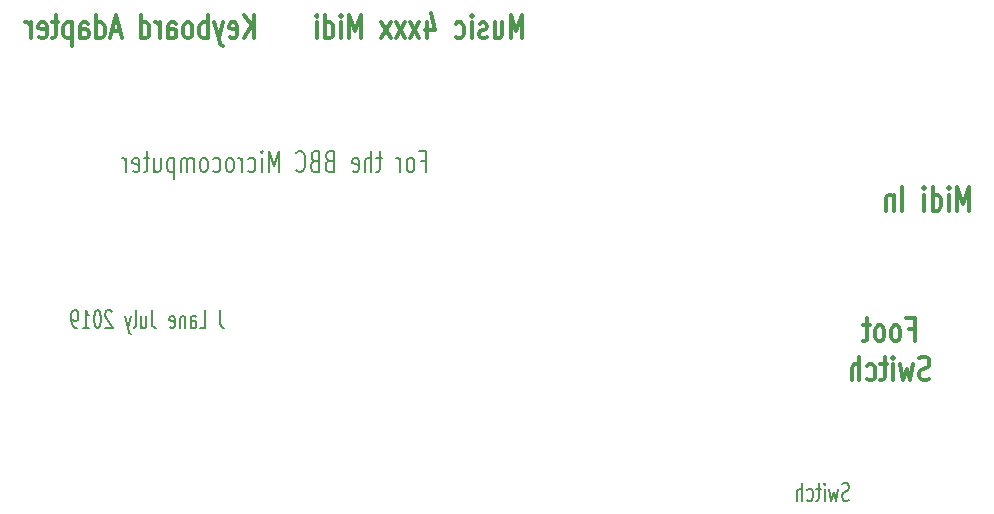
<source format=gbo>
G04 #@! TF.GenerationSoftware,KiCad,Pcbnew,5.1.2-5.1.2*
G04 #@! TF.CreationDate,2019-06-30T11:24:38+01:00*
G04 #@! TF.ProjectId,music4xxx,6d757369-6334-4787-9878-2e6b69636164,rev?*
G04 #@! TF.SameCoordinates,Original*
G04 #@! TF.FileFunction,Legend,Bot*
G04 #@! TF.FilePolarity,Positive*
%FSLAX46Y46*%
G04 Gerber Fmt 4.6, Leading zero omitted, Abs format (unit mm)*
G04 Created by KiCad (PCBNEW 5.1.2-5.1.2) date 2019-06-30 11:24:38*
%MOMM*%
%LPD*%
G04 APERTURE LIST*
%ADD10C,0.200000*%
%ADD11C,0.300000*%
G04 APERTURE END LIST*
D10*
X34059047Y-41723571D02*
X34059047Y-42795000D01*
X34106666Y-43009285D01*
X34201904Y-43152142D01*
X34344761Y-43223571D01*
X34440000Y-43223571D01*
X32344761Y-43223571D02*
X32820952Y-43223571D01*
X32820952Y-41723571D01*
X31582857Y-43223571D02*
X31582857Y-42437857D01*
X31630476Y-42295000D01*
X31725714Y-42223571D01*
X31916190Y-42223571D01*
X32011428Y-42295000D01*
X31582857Y-43152142D02*
X31678095Y-43223571D01*
X31916190Y-43223571D01*
X32011428Y-43152142D01*
X32059047Y-43009285D01*
X32059047Y-42866428D01*
X32011428Y-42723571D01*
X31916190Y-42652142D01*
X31678095Y-42652142D01*
X31582857Y-42580714D01*
X31106666Y-42223571D02*
X31106666Y-43223571D01*
X31106666Y-42366428D02*
X31059047Y-42295000D01*
X30963809Y-42223571D01*
X30820952Y-42223571D01*
X30725714Y-42295000D01*
X30678095Y-42437857D01*
X30678095Y-43223571D01*
X29820952Y-43152142D02*
X29916190Y-43223571D01*
X30106666Y-43223571D01*
X30201904Y-43152142D01*
X30249523Y-43009285D01*
X30249523Y-42437857D01*
X30201904Y-42295000D01*
X30106666Y-42223571D01*
X29916190Y-42223571D01*
X29820952Y-42295000D01*
X29773333Y-42437857D01*
X29773333Y-42580714D01*
X30249523Y-42723571D01*
X28297142Y-41723571D02*
X28297142Y-42795000D01*
X28344761Y-43009285D01*
X28440000Y-43152142D01*
X28582857Y-43223571D01*
X28678095Y-43223571D01*
X27392380Y-42223571D02*
X27392380Y-43223571D01*
X27820952Y-42223571D02*
X27820952Y-43009285D01*
X27773333Y-43152142D01*
X27678095Y-43223571D01*
X27535238Y-43223571D01*
X27440000Y-43152142D01*
X27392380Y-43080714D01*
X26773333Y-43223571D02*
X26868571Y-43152142D01*
X26916190Y-43009285D01*
X26916190Y-41723571D01*
X26487619Y-42223571D02*
X26249523Y-43223571D01*
X26011428Y-42223571D02*
X26249523Y-43223571D01*
X26344761Y-43580714D01*
X26392380Y-43652142D01*
X26487619Y-43723571D01*
X24916190Y-41866428D02*
X24868571Y-41795000D01*
X24773333Y-41723571D01*
X24535238Y-41723571D01*
X24440000Y-41795000D01*
X24392380Y-41866428D01*
X24344761Y-42009285D01*
X24344761Y-42152142D01*
X24392380Y-42366428D01*
X24963809Y-43223571D01*
X24344761Y-43223571D01*
X23725714Y-41723571D02*
X23630476Y-41723571D01*
X23535238Y-41795000D01*
X23487619Y-41866428D01*
X23440000Y-42009285D01*
X23392380Y-42295000D01*
X23392380Y-42652142D01*
X23440000Y-42937857D01*
X23487619Y-43080714D01*
X23535238Y-43152142D01*
X23630476Y-43223571D01*
X23725714Y-43223571D01*
X23820952Y-43152142D01*
X23868571Y-43080714D01*
X23916190Y-42937857D01*
X23963809Y-42652142D01*
X23963809Y-42295000D01*
X23916190Y-42009285D01*
X23868571Y-41866428D01*
X23820952Y-41795000D01*
X23725714Y-41723571D01*
X22440000Y-43223571D02*
X23011428Y-43223571D01*
X22725714Y-43223571D02*
X22725714Y-41723571D01*
X22820952Y-41937857D01*
X22916190Y-42080714D01*
X23011428Y-42152142D01*
X21963809Y-43223571D02*
X21773333Y-43223571D01*
X21678095Y-43152142D01*
X21630476Y-43080714D01*
X21535238Y-42866428D01*
X21487619Y-42580714D01*
X21487619Y-42009285D01*
X21535238Y-41866428D01*
X21582857Y-41795000D01*
X21678095Y-41723571D01*
X21868571Y-41723571D01*
X21963809Y-41795000D01*
X22011428Y-41866428D01*
X22059047Y-42009285D01*
X22059047Y-42366428D01*
X22011428Y-42509285D01*
X21963809Y-42580714D01*
X21868571Y-42652142D01*
X21678095Y-42652142D01*
X21582857Y-42580714D01*
X21535238Y-42509285D01*
X21487619Y-42366428D01*
X51115952Y-29085000D02*
X51532619Y-29085000D01*
X51532619Y-30001666D02*
X51532619Y-28251666D01*
X50937380Y-28251666D01*
X50282619Y-30001666D02*
X50401666Y-29918333D01*
X50461190Y-29835000D01*
X50520714Y-29668333D01*
X50520714Y-29168333D01*
X50461190Y-29001666D01*
X50401666Y-28918333D01*
X50282619Y-28835000D01*
X50104047Y-28835000D01*
X49985000Y-28918333D01*
X49925476Y-29001666D01*
X49865952Y-29168333D01*
X49865952Y-29668333D01*
X49925476Y-29835000D01*
X49985000Y-29918333D01*
X50104047Y-30001666D01*
X50282619Y-30001666D01*
X49330238Y-30001666D02*
X49330238Y-28835000D01*
X49330238Y-29168333D02*
X49270714Y-29001666D01*
X49211190Y-28918333D01*
X49092142Y-28835000D01*
X48973095Y-28835000D01*
X47782619Y-28835000D02*
X47306428Y-28835000D01*
X47604047Y-28251666D02*
X47604047Y-29751666D01*
X47544523Y-29918333D01*
X47425476Y-30001666D01*
X47306428Y-30001666D01*
X46889761Y-30001666D02*
X46889761Y-28251666D01*
X46354047Y-30001666D02*
X46354047Y-29085000D01*
X46413571Y-28918333D01*
X46532619Y-28835000D01*
X46711190Y-28835000D01*
X46830238Y-28918333D01*
X46889761Y-29001666D01*
X45282619Y-29918333D02*
X45401666Y-30001666D01*
X45639761Y-30001666D01*
X45758809Y-29918333D01*
X45818333Y-29751666D01*
X45818333Y-29085000D01*
X45758809Y-28918333D01*
X45639761Y-28835000D01*
X45401666Y-28835000D01*
X45282619Y-28918333D01*
X45223095Y-29085000D01*
X45223095Y-29251666D01*
X45818333Y-29418333D01*
X43318333Y-29085000D02*
X43139761Y-29168333D01*
X43080238Y-29251666D01*
X43020714Y-29418333D01*
X43020714Y-29668333D01*
X43080238Y-29835000D01*
X43139761Y-29918333D01*
X43258809Y-30001666D01*
X43735000Y-30001666D01*
X43735000Y-28251666D01*
X43318333Y-28251666D01*
X43199285Y-28335000D01*
X43139761Y-28418333D01*
X43080238Y-28585000D01*
X43080238Y-28751666D01*
X43139761Y-28918333D01*
X43199285Y-29001666D01*
X43318333Y-29085000D01*
X43735000Y-29085000D01*
X42068333Y-29085000D02*
X41889761Y-29168333D01*
X41830238Y-29251666D01*
X41770714Y-29418333D01*
X41770714Y-29668333D01*
X41830238Y-29835000D01*
X41889761Y-29918333D01*
X42008809Y-30001666D01*
X42485000Y-30001666D01*
X42485000Y-28251666D01*
X42068333Y-28251666D01*
X41949285Y-28335000D01*
X41889761Y-28418333D01*
X41830238Y-28585000D01*
X41830238Y-28751666D01*
X41889761Y-28918333D01*
X41949285Y-29001666D01*
X42068333Y-29085000D01*
X42485000Y-29085000D01*
X40520714Y-29835000D02*
X40580238Y-29918333D01*
X40758809Y-30001666D01*
X40877857Y-30001666D01*
X41056428Y-29918333D01*
X41175476Y-29751666D01*
X41235000Y-29585000D01*
X41294523Y-29251666D01*
X41294523Y-29001666D01*
X41235000Y-28668333D01*
X41175476Y-28501666D01*
X41056428Y-28335000D01*
X40877857Y-28251666D01*
X40758809Y-28251666D01*
X40580238Y-28335000D01*
X40520714Y-28418333D01*
X39032619Y-30001666D02*
X39032619Y-28251666D01*
X38615952Y-29501666D01*
X38199285Y-28251666D01*
X38199285Y-30001666D01*
X37604047Y-30001666D02*
X37604047Y-28835000D01*
X37604047Y-28251666D02*
X37663571Y-28335000D01*
X37604047Y-28418333D01*
X37544523Y-28335000D01*
X37604047Y-28251666D01*
X37604047Y-28418333D01*
X36473095Y-29918333D02*
X36592142Y-30001666D01*
X36830238Y-30001666D01*
X36949285Y-29918333D01*
X37008809Y-29835000D01*
X37068333Y-29668333D01*
X37068333Y-29168333D01*
X37008809Y-29001666D01*
X36949285Y-28918333D01*
X36830238Y-28835000D01*
X36592142Y-28835000D01*
X36473095Y-28918333D01*
X35937380Y-30001666D02*
X35937380Y-28835000D01*
X35937380Y-29168333D02*
X35877857Y-29001666D01*
X35818333Y-28918333D01*
X35699285Y-28835000D01*
X35580238Y-28835000D01*
X34985000Y-30001666D02*
X35104047Y-29918333D01*
X35163571Y-29835000D01*
X35223095Y-29668333D01*
X35223095Y-29168333D01*
X35163571Y-29001666D01*
X35104047Y-28918333D01*
X34985000Y-28835000D01*
X34806428Y-28835000D01*
X34687380Y-28918333D01*
X34627857Y-29001666D01*
X34568333Y-29168333D01*
X34568333Y-29668333D01*
X34627857Y-29835000D01*
X34687380Y-29918333D01*
X34806428Y-30001666D01*
X34985000Y-30001666D01*
X33496904Y-29918333D02*
X33615952Y-30001666D01*
X33854047Y-30001666D01*
X33973095Y-29918333D01*
X34032619Y-29835000D01*
X34092142Y-29668333D01*
X34092142Y-29168333D01*
X34032619Y-29001666D01*
X33973095Y-28918333D01*
X33854047Y-28835000D01*
X33615952Y-28835000D01*
X33496904Y-28918333D01*
X32782619Y-30001666D02*
X32901666Y-29918333D01*
X32961190Y-29835000D01*
X33020714Y-29668333D01*
X33020714Y-29168333D01*
X32961190Y-29001666D01*
X32901666Y-28918333D01*
X32782619Y-28835000D01*
X32604047Y-28835000D01*
X32485000Y-28918333D01*
X32425476Y-29001666D01*
X32365952Y-29168333D01*
X32365952Y-29668333D01*
X32425476Y-29835000D01*
X32485000Y-29918333D01*
X32604047Y-30001666D01*
X32782619Y-30001666D01*
X31830238Y-30001666D02*
X31830238Y-28835000D01*
X31830238Y-29001666D02*
X31770714Y-28918333D01*
X31651666Y-28835000D01*
X31473095Y-28835000D01*
X31354047Y-28918333D01*
X31294523Y-29085000D01*
X31294523Y-30001666D01*
X31294523Y-29085000D02*
X31235000Y-28918333D01*
X31115952Y-28835000D01*
X30937380Y-28835000D01*
X30818333Y-28918333D01*
X30758809Y-29085000D01*
X30758809Y-30001666D01*
X30163571Y-28835000D02*
X30163571Y-30585000D01*
X30163571Y-28918333D02*
X30044523Y-28835000D01*
X29806428Y-28835000D01*
X29687380Y-28918333D01*
X29627857Y-29001666D01*
X29568333Y-29168333D01*
X29568333Y-29668333D01*
X29627857Y-29835000D01*
X29687380Y-29918333D01*
X29806428Y-30001666D01*
X30044523Y-30001666D01*
X30163571Y-29918333D01*
X28496904Y-28835000D02*
X28496904Y-30001666D01*
X29032619Y-28835000D02*
X29032619Y-29751666D01*
X28973095Y-29918333D01*
X28854047Y-30001666D01*
X28675476Y-30001666D01*
X28556428Y-29918333D01*
X28496904Y-29835000D01*
X28080238Y-28835000D02*
X27604047Y-28835000D01*
X27901666Y-28251666D02*
X27901666Y-29751666D01*
X27842142Y-29918333D01*
X27723095Y-30001666D01*
X27604047Y-30001666D01*
X26711190Y-29918333D02*
X26830238Y-30001666D01*
X27068333Y-30001666D01*
X27187380Y-29918333D01*
X27246904Y-29751666D01*
X27246904Y-29085000D01*
X27187380Y-28918333D01*
X27068333Y-28835000D01*
X26830238Y-28835000D01*
X26711190Y-28918333D01*
X26651666Y-29085000D01*
X26651666Y-29251666D01*
X27246904Y-29418333D01*
X26115952Y-30001666D02*
X26115952Y-28835000D01*
X26115952Y-29168333D02*
X26056428Y-29001666D01*
X25996904Y-28918333D01*
X25877857Y-28835000D01*
X25758809Y-28835000D01*
D11*
X59663571Y-18684761D02*
X59663571Y-16684761D01*
X59163571Y-18113333D01*
X58663571Y-16684761D01*
X58663571Y-18684761D01*
X57306428Y-17351428D02*
X57306428Y-18684761D01*
X57949285Y-17351428D02*
X57949285Y-18399047D01*
X57877857Y-18589523D01*
X57735000Y-18684761D01*
X57520714Y-18684761D01*
X57377857Y-18589523D01*
X57306428Y-18494285D01*
X56663571Y-18589523D02*
X56520714Y-18684761D01*
X56235000Y-18684761D01*
X56092142Y-18589523D01*
X56020714Y-18399047D01*
X56020714Y-18303809D01*
X56092142Y-18113333D01*
X56235000Y-18018095D01*
X56449285Y-18018095D01*
X56592142Y-17922857D01*
X56663571Y-17732380D01*
X56663571Y-17637142D01*
X56592142Y-17446666D01*
X56449285Y-17351428D01*
X56235000Y-17351428D01*
X56092142Y-17446666D01*
X55377857Y-18684761D02*
X55377857Y-17351428D01*
X55377857Y-16684761D02*
X55449285Y-16780000D01*
X55377857Y-16875238D01*
X55306428Y-16780000D01*
X55377857Y-16684761D01*
X55377857Y-16875238D01*
X54020714Y-18589523D02*
X54163571Y-18684761D01*
X54449285Y-18684761D01*
X54592142Y-18589523D01*
X54663571Y-18494285D01*
X54735000Y-18303809D01*
X54735000Y-17732380D01*
X54663571Y-17541904D01*
X54592142Y-17446666D01*
X54449285Y-17351428D01*
X54163571Y-17351428D01*
X54020714Y-17446666D01*
X51592142Y-17351428D02*
X51592142Y-18684761D01*
X51949285Y-16589523D02*
X52306428Y-18018095D01*
X51377857Y-18018095D01*
X50949285Y-18684761D02*
X50163571Y-17351428D01*
X50949285Y-17351428D02*
X50163571Y-18684761D01*
X49735000Y-18684761D02*
X48949285Y-17351428D01*
X49735000Y-17351428D02*
X48949285Y-18684761D01*
X48520714Y-18684761D02*
X47735000Y-17351428D01*
X48520714Y-17351428D02*
X47735000Y-18684761D01*
X46020714Y-18684761D02*
X46020714Y-16684761D01*
X45520714Y-18113333D01*
X45020714Y-16684761D01*
X45020714Y-18684761D01*
X44306428Y-18684761D02*
X44306428Y-17351428D01*
X44306428Y-16684761D02*
X44377857Y-16780000D01*
X44306428Y-16875238D01*
X44235000Y-16780000D01*
X44306428Y-16684761D01*
X44306428Y-16875238D01*
X42949285Y-18684761D02*
X42949285Y-16684761D01*
X42949285Y-18589523D02*
X43092142Y-18684761D01*
X43377857Y-18684761D01*
X43520714Y-18589523D01*
X43592142Y-18494285D01*
X43663571Y-18303809D01*
X43663571Y-17732380D01*
X43592142Y-17541904D01*
X43520714Y-17446666D01*
X43377857Y-17351428D01*
X43092142Y-17351428D01*
X42949285Y-17446666D01*
X42235000Y-18684761D02*
X42235000Y-17351428D01*
X42235000Y-16684761D02*
X42306428Y-16780000D01*
X42235000Y-16875238D01*
X42163571Y-16780000D01*
X42235000Y-16684761D01*
X42235000Y-16875238D01*
X36949285Y-18684761D02*
X36949285Y-16684761D01*
X36092142Y-18684761D02*
X36735000Y-17541904D01*
X36092142Y-16684761D02*
X36949285Y-17827619D01*
X34877857Y-18589523D02*
X35020714Y-18684761D01*
X35306428Y-18684761D01*
X35449285Y-18589523D01*
X35520714Y-18399047D01*
X35520714Y-17637142D01*
X35449285Y-17446666D01*
X35306428Y-17351428D01*
X35020714Y-17351428D01*
X34877857Y-17446666D01*
X34806428Y-17637142D01*
X34806428Y-17827619D01*
X35520714Y-18018095D01*
X34306428Y-17351428D02*
X33949285Y-18684761D01*
X33592142Y-17351428D02*
X33949285Y-18684761D01*
X34092142Y-19160952D01*
X34163571Y-19256190D01*
X34306428Y-19351428D01*
X33020714Y-18684761D02*
X33020714Y-16684761D01*
X33020714Y-17446666D02*
X32877857Y-17351428D01*
X32592142Y-17351428D01*
X32449285Y-17446666D01*
X32377857Y-17541904D01*
X32306428Y-17732380D01*
X32306428Y-18303809D01*
X32377857Y-18494285D01*
X32449285Y-18589523D01*
X32592142Y-18684761D01*
X32877857Y-18684761D01*
X33020714Y-18589523D01*
X31449285Y-18684761D02*
X31592142Y-18589523D01*
X31663571Y-18494285D01*
X31735000Y-18303809D01*
X31735000Y-17732380D01*
X31663571Y-17541904D01*
X31592142Y-17446666D01*
X31449285Y-17351428D01*
X31235000Y-17351428D01*
X31092142Y-17446666D01*
X31020714Y-17541904D01*
X30949285Y-17732380D01*
X30949285Y-18303809D01*
X31020714Y-18494285D01*
X31092142Y-18589523D01*
X31235000Y-18684761D01*
X31449285Y-18684761D01*
X29663571Y-18684761D02*
X29663571Y-17637142D01*
X29735000Y-17446666D01*
X29877857Y-17351428D01*
X30163571Y-17351428D01*
X30306428Y-17446666D01*
X29663571Y-18589523D02*
X29806428Y-18684761D01*
X30163571Y-18684761D01*
X30306428Y-18589523D01*
X30377857Y-18399047D01*
X30377857Y-18208571D01*
X30306428Y-18018095D01*
X30163571Y-17922857D01*
X29806428Y-17922857D01*
X29663571Y-17827619D01*
X28949285Y-18684761D02*
X28949285Y-17351428D01*
X28949285Y-17732380D02*
X28877857Y-17541904D01*
X28806428Y-17446666D01*
X28663571Y-17351428D01*
X28520714Y-17351428D01*
X27377857Y-18684761D02*
X27377857Y-16684761D01*
X27377857Y-18589523D02*
X27520714Y-18684761D01*
X27806428Y-18684761D01*
X27949285Y-18589523D01*
X28020714Y-18494285D01*
X28092142Y-18303809D01*
X28092142Y-17732380D01*
X28020714Y-17541904D01*
X27949285Y-17446666D01*
X27806428Y-17351428D01*
X27520714Y-17351428D01*
X27377857Y-17446666D01*
X25592142Y-18113333D02*
X24877857Y-18113333D01*
X25735000Y-18684761D02*
X25235000Y-16684761D01*
X24735000Y-18684761D01*
X23592142Y-18684761D02*
X23592142Y-16684761D01*
X23592142Y-18589523D02*
X23735000Y-18684761D01*
X24020714Y-18684761D01*
X24163571Y-18589523D01*
X24235000Y-18494285D01*
X24306428Y-18303809D01*
X24306428Y-17732380D01*
X24235000Y-17541904D01*
X24163571Y-17446666D01*
X24020714Y-17351428D01*
X23735000Y-17351428D01*
X23592142Y-17446666D01*
X22235000Y-18684761D02*
X22235000Y-17637142D01*
X22306428Y-17446666D01*
X22449285Y-17351428D01*
X22735000Y-17351428D01*
X22877857Y-17446666D01*
X22235000Y-18589523D02*
X22377857Y-18684761D01*
X22735000Y-18684761D01*
X22877857Y-18589523D01*
X22949285Y-18399047D01*
X22949285Y-18208571D01*
X22877857Y-18018095D01*
X22735000Y-17922857D01*
X22377857Y-17922857D01*
X22235000Y-17827619D01*
X21520714Y-17351428D02*
X21520714Y-19351428D01*
X21520714Y-17446666D02*
X21377857Y-17351428D01*
X21092142Y-17351428D01*
X20949285Y-17446666D01*
X20877857Y-17541904D01*
X20806428Y-17732380D01*
X20806428Y-18303809D01*
X20877857Y-18494285D01*
X20949285Y-18589523D01*
X21092142Y-18684761D01*
X21377857Y-18684761D01*
X21520714Y-18589523D01*
X20377857Y-17351428D02*
X19806428Y-17351428D01*
X20163571Y-16684761D02*
X20163571Y-18399047D01*
X20092142Y-18589523D01*
X19949285Y-18684761D01*
X19806428Y-18684761D01*
X18735000Y-18589523D02*
X18877857Y-18684761D01*
X19163571Y-18684761D01*
X19306428Y-18589523D01*
X19377857Y-18399047D01*
X19377857Y-17637142D01*
X19306428Y-17446666D01*
X19163571Y-17351428D01*
X18877857Y-17351428D01*
X18735000Y-17446666D01*
X18663571Y-17637142D01*
X18663571Y-17827619D01*
X19377857Y-18018095D01*
X18020714Y-18684761D02*
X18020714Y-17351428D01*
X18020714Y-17732380D02*
X17949285Y-17541904D01*
X17877857Y-17446666D01*
X17735000Y-17351428D01*
X17592142Y-17351428D01*
D10*
X87304285Y-57757142D02*
X87161428Y-57828571D01*
X86923333Y-57828571D01*
X86828095Y-57757142D01*
X86780476Y-57685714D01*
X86732857Y-57542857D01*
X86732857Y-57400000D01*
X86780476Y-57257142D01*
X86828095Y-57185714D01*
X86923333Y-57114285D01*
X87113809Y-57042857D01*
X87209047Y-56971428D01*
X87256666Y-56900000D01*
X87304285Y-56757142D01*
X87304285Y-56614285D01*
X87256666Y-56471428D01*
X87209047Y-56400000D01*
X87113809Y-56328571D01*
X86875714Y-56328571D01*
X86732857Y-56400000D01*
X86399523Y-56828571D02*
X86209047Y-57828571D01*
X86018571Y-57114285D01*
X85828095Y-57828571D01*
X85637619Y-56828571D01*
X85256666Y-57828571D02*
X85256666Y-56828571D01*
X85256666Y-56328571D02*
X85304285Y-56400000D01*
X85256666Y-56471428D01*
X85209047Y-56400000D01*
X85256666Y-56328571D01*
X85256666Y-56471428D01*
X84923333Y-56828571D02*
X84542380Y-56828571D01*
X84780476Y-56328571D02*
X84780476Y-57614285D01*
X84732857Y-57757142D01*
X84637619Y-57828571D01*
X84542380Y-57828571D01*
X83780476Y-57757142D02*
X83875714Y-57828571D01*
X84066190Y-57828571D01*
X84161428Y-57757142D01*
X84209047Y-57685714D01*
X84256666Y-57542857D01*
X84256666Y-57114285D01*
X84209047Y-56971428D01*
X84161428Y-56900000D01*
X84066190Y-56828571D01*
X83875714Y-56828571D01*
X83780476Y-56900000D01*
X83351904Y-57828571D02*
X83351904Y-56328571D01*
X82923333Y-57828571D02*
X82923333Y-57042857D01*
X82970952Y-56900000D01*
X83066190Y-56828571D01*
X83209047Y-56828571D01*
X83304285Y-56900000D01*
X83351904Y-56971428D01*
D11*
X97480000Y-33289761D02*
X97480000Y-31289761D01*
X96980000Y-32718333D01*
X96480000Y-31289761D01*
X96480000Y-33289761D01*
X95765714Y-33289761D02*
X95765714Y-31956428D01*
X95765714Y-31289761D02*
X95837142Y-31385000D01*
X95765714Y-31480238D01*
X95694285Y-31385000D01*
X95765714Y-31289761D01*
X95765714Y-31480238D01*
X94408571Y-33289761D02*
X94408571Y-31289761D01*
X94408571Y-33194523D02*
X94551428Y-33289761D01*
X94837142Y-33289761D01*
X94980000Y-33194523D01*
X95051428Y-33099285D01*
X95122857Y-32908809D01*
X95122857Y-32337380D01*
X95051428Y-32146904D01*
X94980000Y-32051666D01*
X94837142Y-31956428D01*
X94551428Y-31956428D01*
X94408571Y-32051666D01*
X93694285Y-33289761D02*
X93694285Y-31956428D01*
X93694285Y-31289761D02*
X93765714Y-31385000D01*
X93694285Y-31480238D01*
X93622857Y-31385000D01*
X93694285Y-31289761D01*
X93694285Y-31480238D01*
X91837142Y-33289761D02*
X91837142Y-31289761D01*
X91122857Y-31956428D02*
X91122857Y-33289761D01*
X91122857Y-32146904D02*
X91051428Y-32051666D01*
X90908571Y-31956428D01*
X90694285Y-31956428D01*
X90551428Y-32051666D01*
X90480000Y-32242142D01*
X90480000Y-33289761D01*
X92376428Y-43292142D02*
X92876428Y-43292142D01*
X92876428Y-44339761D02*
X92876428Y-42339761D01*
X92162142Y-42339761D01*
X91376428Y-44339761D02*
X91519285Y-44244523D01*
X91590714Y-44149285D01*
X91662142Y-43958809D01*
X91662142Y-43387380D01*
X91590714Y-43196904D01*
X91519285Y-43101666D01*
X91376428Y-43006428D01*
X91162142Y-43006428D01*
X91019285Y-43101666D01*
X90947857Y-43196904D01*
X90876428Y-43387380D01*
X90876428Y-43958809D01*
X90947857Y-44149285D01*
X91019285Y-44244523D01*
X91162142Y-44339761D01*
X91376428Y-44339761D01*
X90019285Y-44339761D02*
X90162142Y-44244523D01*
X90233571Y-44149285D01*
X90305000Y-43958809D01*
X90305000Y-43387380D01*
X90233571Y-43196904D01*
X90162142Y-43101666D01*
X90019285Y-43006428D01*
X89805000Y-43006428D01*
X89662142Y-43101666D01*
X89590714Y-43196904D01*
X89519285Y-43387380D01*
X89519285Y-43958809D01*
X89590714Y-44149285D01*
X89662142Y-44244523D01*
X89805000Y-44339761D01*
X90019285Y-44339761D01*
X89090714Y-43006428D02*
X88519285Y-43006428D01*
X88876428Y-42339761D02*
X88876428Y-44054047D01*
X88805000Y-44244523D01*
X88662142Y-44339761D01*
X88519285Y-44339761D01*
X94126428Y-47544523D02*
X93912142Y-47639761D01*
X93555000Y-47639761D01*
X93412142Y-47544523D01*
X93340714Y-47449285D01*
X93269285Y-47258809D01*
X93269285Y-47068333D01*
X93340714Y-46877857D01*
X93412142Y-46782619D01*
X93555000Y-46687380D01*
X93840714Y-46592142D01*
X93983571Y-46496904D01*
X94055000Y-46401666D01*
X94126428Y-46211190D01*
X94126428Y-46020714D01*
X94055000Y-45830238D01*
X93983571Y-45735000D01*
X93840714Y-45639761D01*
X93483571Y-45639761D01*
X93269285Y-45735000D01*
X92769285Y-46306428D02*
X92483571Y-47639761D01*
X92197857Y-46687380D01*
X91912142Y-47639761D01*
X91626428Y-46306428D01*
X91055000Y-47639761D02*
X91055000Y-46306428D01*
X91055000Y-45639761D02*
X91126428Y-45735000D01*
X91055000Y-45830238D01*
X90983571Y-45735000D01*
X91055000Y-45639761D01*
X91055000Y-45830238D01*
X90555000Y-46306428D02*
X89983571Y-46306428D01*
X90340714Y-45639761D02*
X90340714Y-47354047D01*
X90269285Y-47544523D01*
X90126428Y-47639761D01*
X89983571Y-47639761D01*
X88840714Y-47544523D02*
X88983571Y-47639761D01*
X89269285Y-47639761D01*
X89412142Y-47544523D01*
X89483571Y-47449285D01*
X89555000Y-47258809D01*
X89555000Y-46687380D01*
X89483571Y-46496904D01*
X89412142Y-46401666D01*
X89269285Y-46306428D01*
X88983571Y-46306428D01*
X88840714Y-46401666D01*
X88197857Y-47639761D02*
X88197857Y-45639761D01*
X87555000Y-47639761D02*
X87555000Y-46592142D01*
X87626428Y-46401666D01*
X87769285Y-46306428D01*
X87983571Y-46306428D01*
X88126428Y-46401666D01*
X88197857Y-46496904D01*
M02*

</source>
